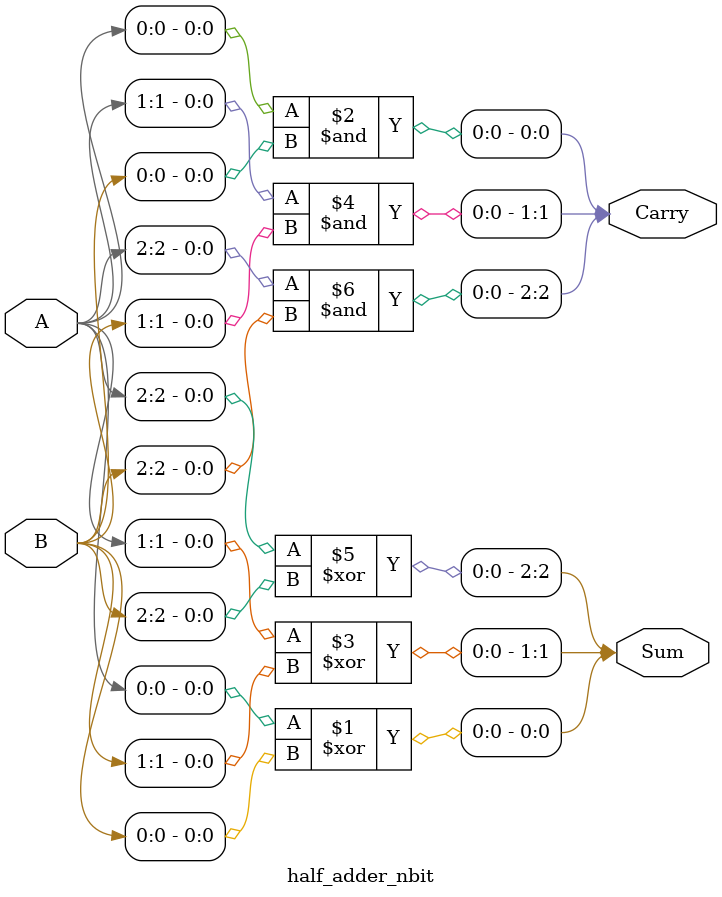
<source format=v>
module half_adder_nbit #(parameter N = 3) (
    input [N-1:0] A,    // N-bit input A
    input [N-1:0] B,    // N-bit input B
    output [N-1:0] Sum, // N-bit output Sum
    output [N-1:0] Carry // N-bit output Carry
);

    genvar i;
    generate
        for (i = 0; i < N; i = i + 1) begin : gen_half_adder
            assign Sum[i] = A[i] ^ B[i];
            assign Carry[i] = A[i] & B[i];
        end
    endgenerate

endmodule

</source>
